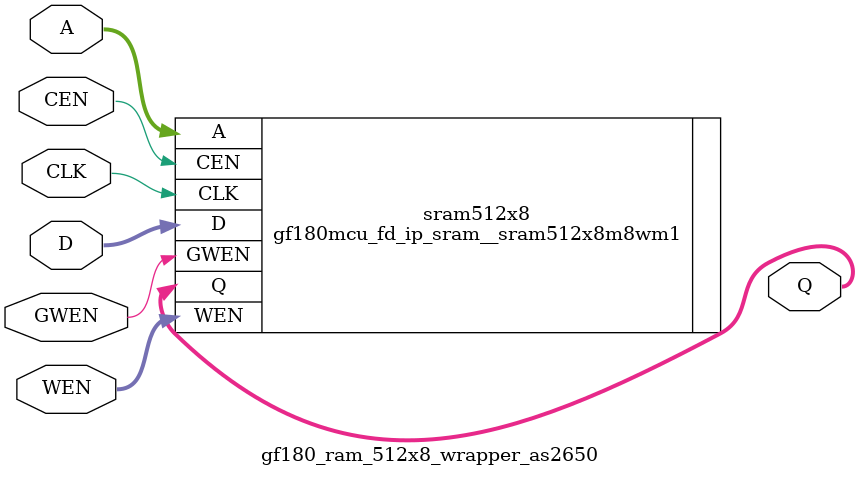
<source format=v>
module gf180_ram_512x8_wrapper_as2650 (CEN,
    CLK,
    GWEN,
    A,
    D,
    Q,
    WEN);
 input CEN;
 input CLK;
 input GWEN;
 input [8:0] A;
 input [7:0] D;
 output [7:0] Q;
 input [7:0] WEN;


 gf180mcu_fd_ip_sram__sram512x8m8wm1 sram512x8 (.CEN(CEN),
    .CLK(CLK),
    .GWEN(GWEN),
    .A({A[8],
    A[7],
    A[6],
    A[5],
    A[4],
    A[3],
    A[2],
    A[1],
    A[0]}),
    .D({D[7],
    D[6],
    D[5],
    D[4],
    D[3],
    D[2],
    D[1],
    D[0]}),
    .Q({Q[7],
    Q[6],
    Q[5],
    Q[4],
    Q[3],
    Q[2],
    Q[1],
    Q[0]}),
    .WEN({WEN[7],
    WEN[6],
    WEN[5],
    WEN[4],
    WEN[3],
    WEN[2],
    WEN[1],
    WEN[0]}));
endmodule


</source>
